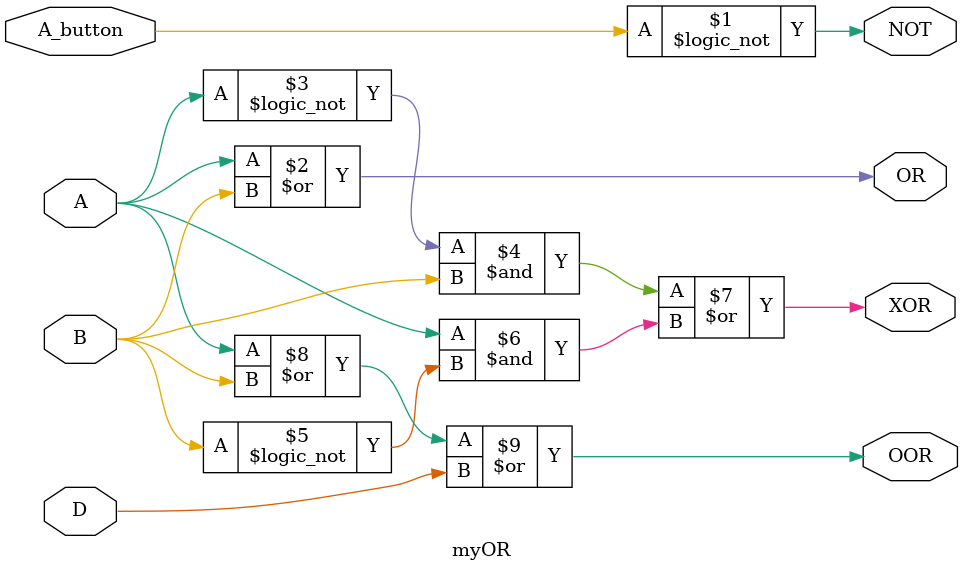
<source format=v>
`timescale 1ns / 1ps


module myOR(
    input A,
    input A_button,
    input B,
    input D,
    output OR,    //LED LD1
    output NOT, //LED LD0
    output XOR,    //LED LD2
    output OOR  //led ld3
    );
    assign NOT = !A_button;                    //I: sw0, O: led ld0
    assign OR = A | B;                //I: sw0 & sw1, O: LED LD1
    assign XOR = (!A & B) | (A & !B);   //I: sw0 &sw1, O: led ld2
    assign OOR = A | B | D;             //I: sw0 & sw1 & sw2, O: led ld3
endmodule

</source>
